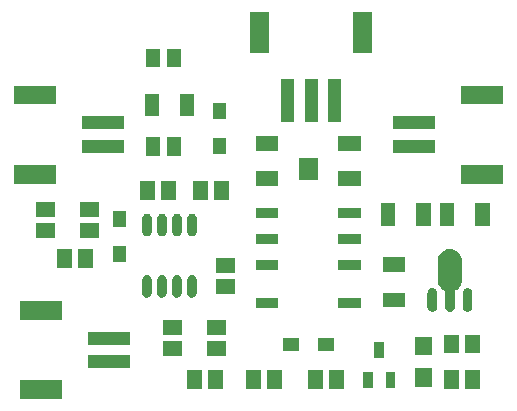
<source format=gbr>
%TF.GenerationSoftware,KiCad,Pcbnew,(5.1.4)-1*%
%TF.CreationDate,2021-02-25T01:30:08+08:00*%
%TF.ProjectId,Overdrive_Protector,4f766572-6472-4697-9665-5f50726f7465,rev?*%
%TF.SameCoordinates,Original*%
%TF.FileFunction,Soldermask,Top*%
%TF.FilePolarity,Negative*%
%FSLAX46Y46*%
G04 Gerber Fmt 4.6, Leading zero omitted, Abs format (unit mm)*
G04 Created by KiCad (PCBNEW (5.1.4)-1) date 2021-02-25 01:30:08*
%MOMM*%
%LPD*%
G04 APERTURE LIST*
%ADD10C,0.100000*%
%ADD11C,0.350000*%
G04 APERTURE END LIST*
D10*
G36*
X49500000Y-64500000D02*
G01*
X48000000Y-64500000D01*
X48000000Y-62750000D01*
X49500000Y-62750000D01*
X49500000Y-64500000D01*
G37*
X49500000Y-64500000D02*
X48000000Y-64500000D01*
X48000000Y-62750000D01*
X49500000Y-62750000D01*
X49500000Y-64500000D01*
D11*
G36*
X27876000Y-83151000D02*
G01*
X24374000Y-83151000D01*
X24374000Y-81549000D01*
X27876000Y-81549000D01*
X27876000Y-83151000D01*
X27876000Y-83151000D01*
G37*
G36*
X63271000Y-82286000D02*
G01*
X62009000Y-82286000D01*
X62009000Y-80714000D01*
X63271000Y-80714000D01*
X63271000Y-82286000D01*
X63271000Y-82286000D01*
G37*
G36*
X46521000Y-82286000D02*
G01*
X45259000Y-82286000D01*
X45259000Y-80714000D01*
X46521000Y-80714000D01*
X46521000Y-82286000D01*
X46521000Y-82286000D01*
G37*
G36*
X44741000Y-82286000D02*
G01*
X43479000Y-82286000D01*
X43479000Y-80714000D01*
X44741000Y-80714000D01*
X44741000Y-82286000D01*
X44741000Y-82286000D01*
G37*
G36*
X39741000Y-82286000D02*
G01*
X38479000Y-82286000D01*
X38479000Y-80714000D01*
X39741000Y-80714000D01*
X39741000Y-82286000D01*
X39741000Y-82286000D01*
G37*
G36*
X51771000Y-82286000D02*
G01*
X50509000Y-82286000D01*
X50509000Y-80714000D01*
X51771000Y-80714000D01*
X51771000Y-82286000D01*
X51771000Y-82286000D01*
G37*
G36*
X41521000Y-82286000D02*
G01*
X40259000Y-82286000D01*
X40259000Y-80714000D01*
X41521000Y-80714000D01*
X41521000Y-82286000D01*
X41521000Y-82286000D01*
G37*
G36*
X61491000Y-82286000D02*
G01*
X60229000Y-82286000D01*
X60229000Y-80714000D01*
X61491000Y-80714000D01*
X61491000Y-82286000D01*
X61491000Y-82286000D01*
G37*
G36*
X49991000Y-82286000D02*
G01*
X48729000Y-82286000D01*
X48729000Y-80714000D01*
X49991000Y-80714000D01*
X49991000Y-82286000D01*
X49991000Y-82286000D01*
G37*
G36*
X54201000Y-82176000D02*
G01*
X53399000Y-82176000D01*
X53399000Y-80824000D01*
X54201000Y-80824000D01*
X54201000Y-82176000D01*
X54201000Y-82176000D01*
G37*
G36*
X56101000Y-82176000D02*
G01*
X55299000Y-82176000D01*
X55299000Y-80824000D01*
X56101000Y-80824000D01*
X56101000Y-82176000D01*
X56101000Y-82176000D01*
G37*
G36*
X59201000Y-82151000D02*
G01*
X57799000Y-82151000D01*
X57799000Y-80549000D01*
X59201000Y-80549000D01*
X59201000Y-82151000D01*
X59201000Y-82151000D01*
G37*
G36*
X33676000Y-80551000D02*
G01*
X30074000Y-80551000D01*
X30074000Y-79449000D01*
X33676000Y-79449000D01*
X33676000Y-80551000D01*
X33676000Y-80551000D01*
G37*
G36*
X55151000Y-79676000D02*
G01*
X54349000Y-79676000D01*
X54349000Y-78324000D01*
X55151000Y-78324000D01*
X55151000Y-79676000D01*
X55151000Y-79676000D01*
G37*
G36*
X41786000Y-79521000D02*
G01*
X40214000Y-79521000D01*
X40214000Y-78259000D01*
X41786000Y-78259000D01*
X41786000Y-79521000D01*
X41786000Y-79521000D01*
G37*
G36*
X38036000Y-79521000D02*
G01*
X36464000Y-79521000D01*
X36464000Y-78259000D01*
X38036000Y-78259000D01*
X38036000Y-79521000D01*
X38036000Y-79521000D01*
G37*
G36*
X59201000Y-79451000D02*
G01*
X57799000Y-79451000D01*
X57799000Y-77849000D01*
X59201000Y-77849000D01*
X59201000Y-79451000D01*
X59201000Y-79451000D01*
G37*
G36*
X61491000Y-79286000D02*
G01*
X60229000Y-79286000D01*
X60229000Y-77714000D01*
X61491000Y-77714000D01*
X61491000Y-79286000D01*
X61491000Y-79286000D01*
G37*
G36*
X63271000Y-79286000D02*
G01*
X62009000Y-79286000D01*
X62009000Y-77714000D01*
X63271000Y-77714000D01*
X63271000Y-79286000D01*
X63271000Y-79286000D01*
G37*
G36*
X47951000Y-79051000D02*
G01*
X46599000Y-79051000D01*
X46599000Y-77949000D01*
X47951000Y-77949000D01*
X47951000Y-79051000D01*
X47951000Y-79051000D01*
G37*
G36*
X50901000Y-79051000D02*
G01*
X49549000Y-79051000D01*
X49549000Y-77949000D01*
X50901000Y-77949000D01*
X50901000Y-79051000D01*
X50901000Y-79051000D01*
G37*
G36*
X33676000Y-78551000D02*
G01*
X30074000Y-78551000D01*
X30074000Y-77449000D01*
X33676000Y-77449000D01*
X33676000Y-78551000D01*
X33676000Y-78551000D01*
G37*
G36*
X41786000Y-77741000D02*
G01*
X40214000Y-77741000D01*
X40214000Y-76479000D01*
X41786000Y-76479000D01*
X41786000Y-77741000D01*
X41786000Y-77741000D01*
G37*
G36*
X38036000Y-77741000D02*
G01*
X36464000Y-77741000D01*
X36464000Y-76479000D01*
X38036000Y-76479000D01*
X38036000Y-77741000D01*
X38036000Y-77741000D01*
G37*
G36*
X27876000Y-76451000D02*
G01*
X24374000Y-76451000D01*
X24374000Y-74849000D01*
X27876000Y-74849000D01*
X27876000Y-76451000D01*
X27876000Y-76451000D01*
G37*
G36*
X60956032Y-70464207D02*
G01*
X61154146Y-70524305D01*
X61154149Y-70524306D01*
X61250975Y-70576061D01*
X61336729Y-70621897D01*
X61496765Y-70753235D01*
X61628103Y-70913271D01*
X61673939Y-70999025D01*
X61725694Y-71095851D01*
X61725695Y-71095854D01*
X61785793Y-71293968D01*
X61801000Y-71448370D01*
X61801000Y-73051630D01*
X61785793Y-73206032D01*
X61725695Y-73404145D01*
X61725694Y-73404149D01*
X61673939Y-73500975D01*
X61628103Y-73586729D01*
X61496765Y-73746765D01*
X61336729Y-73878103D01*
X61248371Y-73925331D01*
X61217075Y-73942059D01*
X61196700Y-73955673D01*
X61179373Y-73973000D01*
X61165760Y-73993374D01*
X61156382Y-74016013D01*
X61151000Y-74052298D01*
X61151000Y-75369698D01*
X61145198Y-75428610D01*
X61138406Y-75451000D01*
X61122268Y-75504199D01*
X61085032Y-75573862D01*
X61034922Y-75634922D01*
X60973860Y-75685033D01*
X60904200Y-75722267D01*
X60904197Y-75722268D01*
X60828609Y-75745198D01*
X60750000Y-75752940D01*
X60671390Y-75745198D01*
X60620998Y-75729911D01*
X60595801Y-75722268D01*
X60526138Y-75685032D01*
X60465078Y-75634922D01*
X60414967Y-75573860D01*
X60377733Y-75504200D01*
X60377732Y-75504197D01*
X60354802Y-75428609D01*
X60349000Y-75369697D01*
X60349001Y-74052298D01*
X60346599Y-74027913D01*
X60339486Y-74004464D01*
X60327935Y-73982853D01*
X60312390Y-73963911D01*
X60282926Y-73942060D01*
X60225464Y-73911345D01*
X60163271Y-73878103D01*
X60003235Y-73746765D01*
X59871897Y-73586729D01*
X59774307Y-73404149D01*
X59774306Y-73404148D01*
X59774305Y-73404145D01*
X59714207Y-73206031D01*
X59699000Y-73051629D01*
X59699000Y-71448369D01*
X59714207Y-71293967D01*
X59774305Y-71095854D01*
X59837904Y-70976870D01*
X59871898Y-70913271D01*
X60003236Y-70753235D01*
X60163272Y-70621897D01*
X60249026Y-70576061D01*
X60345852Y-70524306D01*
X60345855Y-70524305D01*
X60543969Y-70464207D01*
X60750000Y-70443915D01*
X60956032Y-70464207D01*
X60956032Y-70464207D01*
G37*
G36*
X62328610Y-73754802D02*
G01*
X62379002Y-73770089D01*
X62404199Y-73777732D01*
X62473862Y-73814968D01*
X62534922Y-73865078D01*
X62585032Y-73926138D01*
X62622268Y-73995801D01*
X62622268Y-73995802D01*
X62645198Y-74071390D01*
X62651000Y-74130302D01*
X62651000Y-75369698D01*
X62645198Y-75428610D01*
X62638406Y-75451000D01*
X62622268Y-75504199D01*
X62585032Y-75573862D01*
X62534922Y-75634922D01*
X62473860Y-75685033D01*
X62404200Y-75722267D01*
X62404197Y-75722268D01*
X62328609Y-75745198D01*
X62250000Y-75752940D01*
X62171390Y-75745198D01*
X62120998Y-75729911D01*
X62095801Y-75722268D01*
X62026138Y-75685032D01*
X61965078Y-75634922D01*
X61914967Y-75573860D01*
X61877733Y-75504200D01*
X61877732Y-75504197D01*
X61854802Y-75428609D01*
X61849000Y-75369697D01*
X61849001Y-74130302D01*
X61854803Y-74071390D01*
X61877733Y-73995802D01*
X61877733Y-73995801D01*
X61914969Y-73926138D01*
X61965079Y-73865078D01*
X62026139Y-73814968D01*
X62095802Y-73777732D01*
X62120999Y-73770089D01*
X62171391Y-73754802D01*
X62250000Y-73747060D01*
X62328610Y-73754802D01*
X62328610Y-73754802D01*
G37*
G36*
X59328610Y-73754802D02*
G01*
X59379002Y-73770089D01*
X59404199Y-73777732D01*
X59473862Y-73814968D01*
X59534922Y-73865078D01*
X59585032Y-73926138D01*
X59622268Y-73995801D01*
X59622268Y-73995802D01*
X59645198Y-74071390D01*
X59651000Y-74130302D01*
X59651000Y-75369698D01*
X59645198Y-75428610D01*
X59638406Y-75451000D01*
X59622268Y-75504199D01*
X59585032Y-75573862D01*
X59534922Y-75634922D01*
X59473860Y-75685033D01*
X59404200Y-75722267D01*
X59404197Y-75722268D01*
X59328609Y-75745198D01*
X59250000Y-75752940D01*
X59171390Y-75745198D01*
X59120998Y-75729911D01*
X59095801Y-75722268D01*
X59026138Y-75685032D01*
X58965078Y-75634922D01*
X58914967Y-75573860D01*
X58877733Y-75504200D01*
X58877732Y-75504197D01*
X58854802Y-75428609D01*
X58849000Y-75369697D01*
X58849001Y-74130302D01*
X58854803Y-74071390D01*
X58877733Y-73995802D01*
X58877733Y-73995801D01*
X58914969Y-73926138D01*
X58965079Y-73865078D01*
X59026139Y-73814968D01*
X59095802Y-73777732D01*
X59120999Y-73770089D01*
X59171391Y-73754802D01*
X59250000Y-73747060D01*
X59328610Y-73754802D01*
X59328610Y-73754802D01*
G37*
G36*
X46201000Y-75451000D02*
G01*
X44299000Y-75451000D01*
X44299000Y-74549000D01*
X46201000Y-74549000D01*
X46201000Y-75451000D01*
X46201000Y-75451000D01*
G37*
G36*
X53201000Y-75451000D02*
G01*
X51299000Y-75451000D01*
X51299000Y-74549000D01*
X53201000Y-74549000D01*
X53201000Y-75451000D01*
X53201000Y-75451000D01*
G37*
G36*
X56951000Y-75356000D02*
G01*
X55049000Y-75356000D01*
X55049000Y-74124000D01*
X56951000Y-74124000D01*
X56951000Y-75356000D01*
X56951000Y-75356000D01*
G37*
G36*
X35173609Y-72654802D02*
G01*
X35249197Y-72677732D01*
X35249200Y-72677733D01*
X35318860Y-72714967D01*
X35379922Y-72765078D01*
X35430032Y-72826138D01*
X35467268Y-72895801D01*
X35474911Y-72920998D01*
X35490198Y-72971390D01*
X35496000Y-73030302D01*
X35496000Y-74169698D01*
X35490198Y-74228610D01*
X35477339Y-74271000D01*
X35467268Y-74304199D01*
X35430032Y-74373862D01*
X35379922Y-74434922D01*
X35318862Y-74485032D01*
X35249199Y-74522268D01*
X35224002Y-74529911D01*
X35173610Y-74545198D01*
X35095000Y-74552940D01*
X35016391Y-74545198D01*
X34965999Y-74529911D01*
X34940802Y-74522268D01*
X34871139Y-74485032D01*
X34810079Y-74434922D01*
X34759969Y-74373862D01*
X34722733Y-74304199D01*
X34712662Y-74271000D01*
X34699803Y-74228610D01*
X34694001Y-74169698D01*
X34694000Y-73030303D01*
X34699802Y-72971391D01*
X34722732Y-72895803D01*
X34722733Y-72895800D01*
X34759967Y-72826140D01*
X34810078Y-72765078D01*
X34871138Y-72714968D01*
X34940801Y-72677732D01*
X34965998Y-72670089D01*
X35016390Y-72654802D01*
X35095000Y-72647060D01*
X35173609Y-72654802D01*
X35173609Y-72654802D01*
G37*
G36*
X36443609Y-72654802D02*
G01*
X36519197Y-72677732D01*
X36519200Y-72677733D01*
X36588860Y-72714967D01*
X36649922Y-72765078D01*
X36700032Y-72826138D01*
X36737268Y-72895801D01*
X36744911Y-72920998D01*
X36760198Y-72971390D01*
X36766000Y-73030302D01*
X36766000Y-74169698D01*
X36760198Y-74228610D01*
X36747339Y-74271000D01*
X36737268Y-74304199D01*
X36700032Y-74373862D01*
X36649922Y-74434922D01*
X36588862Y-74485032D01*
X36519199Y-74522268D01*
X36494002Y-74529911D01*
X36443610Y-74545198D01*
X36365000Y-74552940D01*
X36286391Y-74545198D01*
X36235999Y-74529911D01*
X36210802Y-74522268D01*
X36141139Y-74485032D01*
X36080079Y-74434922D01*
X36029969Y-74373862D01*
X35992733Y-74304199D01*
X35982662Y-74271000D01*
X35969803Y-74228610D01*
X35964001Y-74169698D01*
X35964000Y-73030303D01*
X35969802Y-72971391D01*
X35992732Y-72895803D01*
X35992733Y-72895800D01*
X36029967Y-72826140D01*
X36080078Y-72765078D01*
X36141138Y-72714968D01*
X36210801Y-72677732D01*
X36235998Y-72670089D01*
X36286390Y-72654802D01*
X36365000Y-72647060D01*
X36443609Y-72654802D01*
X36443609Y-72654802D01*
G37*
G36*
X38983609Y-72654802D02*
G01*
X39059197Y-72677732D01*
X39059200Y-72677733D01*
X39128860Y-72714967D01*
X39189922Y-72765078D01*
X39240032Y-72826138D01*
X39277268Y-72895801D01*
X39284911Y-72920998D01*
X39300198Y-72971390D01*
X39306000Y-73030302D01*
X39306000Y-74169698D01*
X39300198Y-74228610D01*
X39287339Y-74271000D01*
X39277268Y-74304199D01*
X39240032Y-74373862D01*
X39189922Y-74434922D01*
X39128862Y-74485032D01*
X39059199Y-74522268D01*
X39034002Y-74529911D01*
X38983610Y-74545198D01*
X38905000Y-74552940D01*
X38826391Y-74545198D01*
X38775999Y-74529911D01*
X38750802Y-74522268D01*
X38681139Y-74485032D01*
X38620079Y-74434922D01*
X38569969Y-74373862D01*
X38532733Y-74304199D01*
X38522662Y-74271000D01*
X38509803Y-74228610D01*
X38504001Y-74169698D01*
X38504000Y-73030303D01*
X38509802Y-72971391D01*
X38532732Y-72895803D01*
X38532733Y-72895800D01*
X38569967Y-72826140D01*
X38620078Y-72765078D01*
X38681138Y-72714968D01*
X38750801Y-72677732D01*
X38775998Y-72670089D01*
X38826390Y-72654802D01*
X38905000Y-72647060D01*
X38983609Y-72654802D01*
X38983609Y-72654802D01*
G37*
G36*
X37713609Y-72654802D02*
G01*
X37789197Y-72677732D01*
X37789200Y-72677733D01*
X37858860Y-72714967D01*
X37919922Y-72765078D01*
X37970032Y-72826138D01*
X38007268Y-72895801D01*
X38014911Y-72920998D01*
X38030198Y-72971390D01*
X38036000Y-73030302D01*
X38036000Y-74169698D01*
X38030198Y-74228610D01*
X38017339Y-74271000D01*
X38007268Y-74304199D01*
X37970032Y-74373862D01*
X37919922Y-74434922D01*
X37858862Y-74485032D01*
X37789199Y-74522268D01*
X37764002Y-74529911D01*
X37713610Y-74545198D01*
X37635000Y-74552940D01*
X37556391Y-74545198D01*
X37505999Y-74529911D01*
X37480802Y-74522268D01*
X37411139Y-74485032D01*
X37350079Y-74434922D01*
X37299969Y-74373862D01*
X37262733Y-74304199D01*
X37252662Y-74271000D01*
X37239803Y-74228610D01*
X37234001Y-74169698D01*
X37234000Y-73030303D01*
X37239802Y-72971391D01*
X37262732Y-72895803D01*
X37262733Y-72895800D01*
X37299967Y-72826140D01*
X37350078Y-72765078D01*
X37411138Y-72714968D01*
X37480801Y-72677732D01*
X37505998Y-72670089D01*
X37556390Y-72654802D01*
X37635000Y-72647060D01*
X37713609Y-72654802D01*
X37713609Y-72654802D01*
G37*
G36*
X42536000Y-74271000D02*
G01*
X40964000Y-74271000D01*
X40964000Y-73009000D01*
X42536000Y-73009000D01*
X42536000Y-74271000D01*
X42536000Y-74271000D01*
G37*
G36*
X42536000Y-72491000D02*
G01*
X40964000Y-72491000D01*
X40964000Y-71229000D01*
X42536000Y-71229000D01*
X42536000Y-72491000D01*
X42536000Y-72491000D01*
G37*
G36*
X56951000Y-72376000D02*
G01*
X55049000Y-72376000D01*
X55049000Y-71144000D01*
X56951000Y-71144000D01*
X56951000Y-72376000D01*
X56951000Y-72376000D01*
G37*
G36*
X53201000Y-72251000D02*
G01*
X51299000Y-72251000D01*
X51299000Y-71349000D01*
X53201000Y-71349000D01*
X53201000Y-72251000D01*
X53201000Y-72251000D01*
G37*
G36*
X46201000Y-72251000D02*
G01*
X44299000Y-72251000D01*
X44299000Y-71349000D01*
X46201000Y-71349000D01*
X46201000Y-72251000D01*
X46201000Y-72251000D01*
G37*
G36*
X28741000Y-72036000D02*
G01*
X27479000Y-72036000D01*
X27479000Y-70464000D01*
X28741000Y-70464000D01*
X28741000Y-72036000D01*
X28741000Y-72036000D01*
G37*
G36*
X30521000Y-72036000D02*
G01*
X29259000Y-72036000D01*
X29259000Y-70464000D01*
X30521000Y-70464000D01*
X30521000Y-72036000D01*
X30521000Y-72036000D01*
G37*
G36*
X33301000Y-71551000D02*
G01*
X32199000Y-71551000D01*
X32199000Y-70199000D01*
X33301000Y-70199000D01*
X33301000Y-71551000D01*
X33301000Y-71551000D01*
G37*
G36*
X53201000Y-70051000D02*
G01*
X51299000Y-70051000D01*
X51299000Y-69149000D01*
X53201000Y-69149000D01*
X53201000Y-70051000D01*
X53201000Y-70051000D01*
G37*
G36*
X46201000Y-70051000D02*
G01*
X44299000Y-70051000D01*
X44299000Y-69149000D01*
X46201000Y-69149000D01*
X46201000Y-70051000D01*
X46201000Y-70051000D01*
G37*
G36*
X31036000Y-69521000D02*
G01*
X29464000Y-69521000D01*
X29464000Y-68259000D01*
X31036000Y-68259000D01*
X31036000Y-69521000D01*
X31036000Y-69521000D01*
G37*
G36*
X27286000Y-69521000D02*
G01*
X25714000Y-69521000D01*
X25714000Y-68259000D01*
X27286000Y-68259000D01*
X27286000Y-69521000D01*
X27286000Y-69521000D01*
G37*
G36*
X38983609Y-67454802D02*
G01*
X39059197Y-67477732D01*
X39059200Y-67477733D01*
X39128860Y-67514967D01*
X39189922Y-67565078D01*
X39240032Y-67626138D01*
X39277268Y-67695801D01*
X39284911Y-67720998D01*
X39300198Y-67771390D01*
X39306000Y-67830302D01*
X39306000Y-68969698D01*
X39300198Y-69028610D01*
X39284911Y-69079002D01*
X39277268Y-69104199D01*
X39240032Y-69173862D01*
X39189922Y-69234922D01*
X39128862Y-69285032D01*
X39059199Y-69322268D01*
X39034002Y-69329911D01*
X38983610Y-69345198D01*
X38905000Y-69352940D01*
X38826391Y-69345198D01*
X38775999Y-69329911D01*
X38750802Y-69322268D01*
X38681139Y-69285032D01*
X38620079Y-69234922D01*
X38569969Y-69173862D01*
X38532733Y-69104199D01*
X38525090Y-69079002D01*
X38509803Y-69028610D01*
X38504001Y-68969698D01*
X38504000Y-67830303D01*
X38509802Y-67771391D01*
X38532732Y-67695803D01*
X38532733Y-67695800D01*
X38569967Y-67626140D01*
X38620078Y-67565078D01*
X38681138Y-67514968D01*
X38750801Y-67477732D01*
X38775998Y-67470089D01*
X38826390Y-67454802D01*
X38905000Y-67447060D01*
X38983609Y-67454802D01*
X38983609Y-67454802D01*
G37*
G36*
X37713609Y-67454802D02*
G01*
X37789197Y-67477732D01*
X37789200Y-67477733D01*
X37858860Y-67514967D01*
X37919922Y-67565078D01*
X37970032Y-67626138D01*
X38007268Y-67695801D01*
X38014911Y-67720998D01*
X38030198Y-67771390D01*
X38036000Y-67830302D01*
X38036000Y-68969698D01*
X38030198Y-69028610D01*
X38014911Y-69079002D01*
X38007268Y-69104199D01*
X37970032Y-69173862D01*
X37919922Y-69234922D01*
X37858862Y-69285032D01*
X37789199Y-69322268D01*
X37764002Y-69329911D01*
X37713610Y-69345198D01*
X37635000Y-69352940D01*
X37556391Y-69345198D01*
X37505999Y-69329911D01*
X37480802Y-69322268D01*
X37411139Y-69285032D01*
X37350079Y-69234922D01*
X37299969Y-69173862D01*
X37262733Y-69104199D01*
X37255090Y-69079002D01*
X37239803Y-69028610D01*
X37234001Y-68969698D01*
X37234000Y-67830303D01*
X37239802Y-67771391D01*
X37262732Y-67695803D01*
X37262733Y-67695800D01*
X37299967Y-67626140D01*
X37350078Y-67565078D01*
X37411138Y-67514968D01*
X37480801Y-67477732D01*
X37505998Y-67470089D01*
X37556390Y-67454802D01*
X37635000Y-67447060D01*
X37713609Y-67454802D01*
X37713609Y-67454802D01*
G37*
G36*
X36443609Y-67454802D02*
G01*
X36519197Y-67477732D01*
X36519200Y-67477733D01*
X36588860Y-67514967D01*
X36649922Y-67565078D01*
X36700032Y-67626138D01*
X36737268Y-67695801D01*
X36744911Y-67720998D01*
X36760198Y-67771390D01*
X36766000Y-67830302D01*
X36766000Y-68969698D01*
X36760198Y-69028610D01*
X36744911Y-69079002D01*
X36737268Y-69104199D01*
X36700032Y-69173862D01*
X36649922Y-69234922D01*
X36588862Y-69285032D01*
X36519199Y-69322268D01*
X36494002Y-69329911D01*
X36443610Y-69345198D01*
X36365000Y-69352940D01*
X36286391Y-69345198D01*
X36235999Y-69329911D01*
X36210802Y-69322268D01*
X36141139Y-69285032D01*
X36080079Y-69234922D01*
X36029969Y-69173862D01*
X35992733Y-69104199D01*
X35985090Y-69079002D01*
X35969803Y-69028610D01*
X35964001Y-68969698D01*
X35964000Y-67830303D01*
X35969802Y-67771391D01*
X35992732Y-67695803D01*
X35992733Y-67695800D01*
X36029967Y-67626140D01*
X36080078Y-67565078D01*
X36141138Y-67514968D01*
X36210801Y-67477732D01*
X36235998Y-67470089D01*
X36286390Y-67454802D01*
X36365000Y-67447060D01*
X36443609Y-67454802D01*
X36443609Y-67454802D01*
G37*
G36*
X35173609Y-67454802D02*
G01*
X35249197Y-67477732D01*
X35249200Y-67477733D01*
X35318860Y-67514967D01*
X35379922Y-67565078D01*
X35430032Y-67626138D01*
X35467268Y-67695801D01*
X35474911Y-67720998D01*
X35490198Y-67771390D01*
X35496000Y-67830302D01*
X35496000Y-68969698D01*
X35490198Y-69028610D01*
X35474911Y-69079002D01*
X35467268Y-69104199D01*
X35430032Y-69173862D01*
X35379922Y-69234922D01*
X35318862Y-69285032D01*
X35249199Y-69322268D01*
X35224002Y-69329911D01*
X35173610Y-69345198D01*
X35095000Y-69352940D01*
X35016391Y-69345198D01*
X34965999Y-69329911D01*
X34940802Y-69322268D01*
X34871139Y-69285032D01*
X34810079Y-69234922D01*
X34759969Y-69173862D01*
X34722733Y-69104199D01*
X34715090Y-69079002D01*
X34699803Y-69028610D01*
X34694001Y-68969698D01*
X34694000Y-67830303D01*
X34699802Y-67771391D01*
X34722732Y-67695803D01*
X34722733Y-67695800D01*
X34759967Y-67626140D01*
X34810078Y-67565078D01*
X34871138Y-67514968D01*
X34940801Y-67477732D01*
X34965998Y-67470089D01*
X35016390Y-67454802D01*
X35095000Y-67447060D01*
X35173609Y-67454802D01*
X35173609Y-67454802D01*
G37*
G36*
X33301000Y-68601000D02*
G01*
X32199000Y-68601000D01*
X32199000Y-67249000D01*
X33301000Y-67249000D01*
X33301000Y-68601000D01*
X33301000Y-68601000D01*
G37*
G36*
X56126000Y-68451000D02*
G01*
X54894000Y-68451000D01*
X54894000Y-66549000D01*
X56126000Y-66549000D01*
X56126000Y-68451000D01*
X56126000Y-68451000D01*
G37*
G36*
X59106000Y-68451000D02*
G01*
X57874000Y-68451000D01*
X57874000Y-66549000D01*
X59106000Y-66549000D01*
X59106000Y-68451000D01*
X59106000Y-68451000D01*
G37*
G36*
X61126000Y-68451000D02*
G01*
X59894000Y-68451000D01*
X59894000Y-66549000D01*
X61126000Y-66549000D01*
X61126000Y-68451000D01*
X61126000Y-68451000D01*
G37*
G36*
X64106000Y-68451000D02*
G01*
X62874000Y-68451000D01*
X62874000Y-66549000D01*
X64106000Y-66549000D01*
X64106000Y-68451000D01*
X64106000Y-68451000D01*
G37*
G36*
X46201000Y-67851000D02*
G01*
X44299000Y-67851000D01*
X44299000Y-66949000D01*
X46201000Y-66949000D01*
X46201000Y-67851000D01*
X46201000Y-67851000D01*
G37*
G36*
X53201000Y-67851000D02*
G01*
X51299000Y-67851000D01*
X51299000Y-66949000D01*
X53201000Y-66949000D01*
X53201000Y-67851000D01*
X53201000Y-67851000D01*
G37*
G36*
X27286000Y-67741000D02*
G01*
X25714000Y-67741000D01*
X25714000Y-66479000D01*
X27286000Y-66479000D01*
X27286000Y-67741000D01*
X27286000Y-67741000D01*
G37*
G36*
X31036000Y-67741000D02*
G01*
X29464000Y-67741000D01*
X29464000Y-66479000D01*
X31036000Y-66479000D01*
X31036000Y-67741000D01*
X31036000Y-67741000D01*
G37*
G36*
X37521000Y-66286000D02*
G01*
X36259000Y-66286000D01*
X36259000Y-64714000D01*
X37521000Y-64714000D01*
X37521000Y-66286000D01*
X37521000Y-66286000D01*
G37*
G36*
X35741000Y-66286000D02*
G01*
X34479000Y-66286000D01*
X34479000Y-64714000D01*
X35741000Y-64714000D01*
X35741000Y-66286000D01*
X35741000Y-66286000D01*
G37*
G36*
X40241000Y-66286000D02*
G01*
X38979000Y-66286000D01*
X38979000Y-64714000D01*
X40241000Y-64714000D01*
X40241000Y-66286000D01*
X40241000Y-66286000D01*
G37*
G36*
X42021000Y-66286000D02*
G01*
X40759000Y-66286000D01*
X40759000Y-64714000D01*
X42021000Y-64714000D01*
X42021000Y-66286000D01*
X42021000Y-66286000D01*
G37*
G36*
X46201000Y-65106000D02*
G01*
X44299000Y-65106000D01*
X44299000Y-63874000D01*
X46201000Y-63874000D01*
X46201000Y-65106000D01*
X46201000Y-65106000D01*
G37*
G36*
X53201000Y-65106000D02*
G01*
X51299000Y-65106000D01*
X51299000Y-63874000D01*
X53201000Y-63874000D01*
X53201000Y-65106000D01*
X53201000Y-65106000D01*
G37*
G36*
X27376000Y-64901000D02*
G01*
X23874000Y-64901000D01*
X23874000Y-63299000D01*
X27376000Y-63299000D01*
X27376000Y-64901000D01*
X27376000Y-64901000D01*
G37*
G36*
X65226000Y-64901000D02*
G01*
X61724000Y-64901000D01*
X61724000Y-63299000D01*
X65226000Y-63299000D01*
X65226000Y-64901000D01*
X65226000Y-64901000D01*
G37*
G36*
X36241000Y-62536000D02*
G01*
X34979000Y-62536000D01*
X34979000Y-60964000D01*
X36241000Y-60964000D01*
X36241000Y-62536000D01*
X36241000Y-62536000D01*
G37*
G36*
X38021000Y-62536000D02*
G01*
X36759000Y-62536000D01*
X36759000Y-60964000D01*
X38021000Y-60964000D01*
X38021000Y-62536000D01*
X38021000Y-62536000D01*
G37*
G36*
X41801000Y-62401000D02*
G01*
X40699000Y-62401000D01*
X40699000Y-61049000D01*
X41801000Y-61049000D01*
X41801000Y-62401000D01*
X41801000Y-62401000D01*
G37*
G36*
X59526000Y-62301000D02*
G01*
X55924000Y-62301000D01*
X55924000Y-61199000D01*
X59526000Y-61199000D01*
X59526000Y-62301000D01*
X59526000Y-62301000D01*
G37*
G36*
X33176000Y-62301000D02*
G01*
X29574000Y-62301000D01*
X29574000Y-61199000D01*
X33176000Y-61199000D01*
X33176000Y-62301000D01*
X33176000Y-62301000D01*
G37*
G36*
X46201000Y-62126000D02*
G01*
X44299000Y-62126000D01*
X44299000Y-60894000D01*
X46201000Y-60894000D01*
X46201000Y-62126000D01*
X46201000Y-62126000D01*
G37*
G36*
X53201000Y-62126000D02*
G01*
X51299000Y-62126000D01*
X51299000Y-60894000D01*
X53201000Y-60894000D01*
X53201000Y-62126000D01*
X53201000Y-62126000D01*
G37*
G36*
X33176000Y-60301000D02*
G01*
X29574000Y-60301000D01*
X29574000Y-59199000D01*
X33176000Y-59199000D01*
X33176000Y-60301000D01*
X33176000Y-60301000D01*
G37*
G36*
X59526000Y-60301000D02*
G01*
X55924000Y-60301000D01*
X55924000Y-59199000D01*
X59526000Y-59199000D01*
X59526000Y-60301000D01*
X59526000Y-60301000D01*
G37*
G36*
X47551000Y-59676000D02*
G01*
X46449000Y-59676000D01*
X46449000Y-56074000D01*
X47551000Y-56074000D01*
X47551000Y-59676000D01*
X47551000Y-59676000D01*
G37*
G36*
X49551000Y-59676000D02*
G01*
X48449000Y-59676000D01*
X48449000Y-56074000D01*
X49551000Y-56074000D01*
X49551000Y-59676000D01*
X49551000Y-59676000D01*
G37*
G36*
X51551000Y-59676000D02*
G01*
X50449000Y-59676000D01*
X50449000Y-56074000D01*
X51551000Y-56074000D01*
X51551000Y-59676000D01*
X51551000Y-59676000D01*
G37*
G36*
X41801000Y-59451000D02*
G01*
X40699000Y-59451000D01*
X40699000Y-58099000D01*
X41801000Y-58099000D01*
X41801000Y-59451000D01*
X41801000Y-59451000D01*
G37*
G36*
X36126000Y-59201000D02*
G01*
X34894000Y-59201000D01*
X34894000Y-57299000D01*
X36126000Y-57299000D01*
X36126000Y-59201000D01*
X36126000Y-59201000D01*
G37*
G36*
X39106000Y-59201000D02*
G01*
X37874000Y-59201000D01*
X37874000Y-57299000D01*
X39106000Y-57299000D01*
X39106000Y-59201000D01*
X39106000Y-59201000D01*
G37*
G36*
X65226000Y-58201000D02*
G01*
X61724000Y-58201000D01*
X61724000Y-56599000D01*
X65226000Y-56599000D01*
X65226000Y-58201000D01*
X65226000Y-58201000D01*
G37*
G36*
X27376000Y-58201000D02*
G01*
X23874000Y-58201000D01*
X23874000Y-56599000D01*
X27376000Y-56599000D01*
X27376000Y-58201000D01*
X27376000Y-58201000D01*
G37*
G36*
X38021000Y-55036000D02*
G01*
X36759000Y-55036000D01*
X36759000Y-53464000D01*
X38021000Y-53464000D01*
X38021000Y-55036000D01*
X38021000Y-55036000D01*
G37*
G36*
X36241000Y-55036000D02*
G01*
X34979000Y-55036000D01*
X34979000Y-53464000D01*
X36241000Y-53464000D01*
X36241000Y-55036000D01*
X36241000Y-55036000D01*
G37*
G36*
X45451000Y-53876000D02*
G01*
X43849000Y-53876000D01*
X43849000Y-50374000D01*
X45451000Y-50374000D01*
X45451000Y-53876000D01*
X45451000Y-53876000D01*
G37*
G36*
X54151000Y-53876000D02*
G01*
X52549000Y-53876000D01*
X52549000Y-50374000D01*
X54151000Y-50374000D01*
X54151000Y-53876000D01*
X54151000Y-53876000D01*
G37*
M02*

</source>
